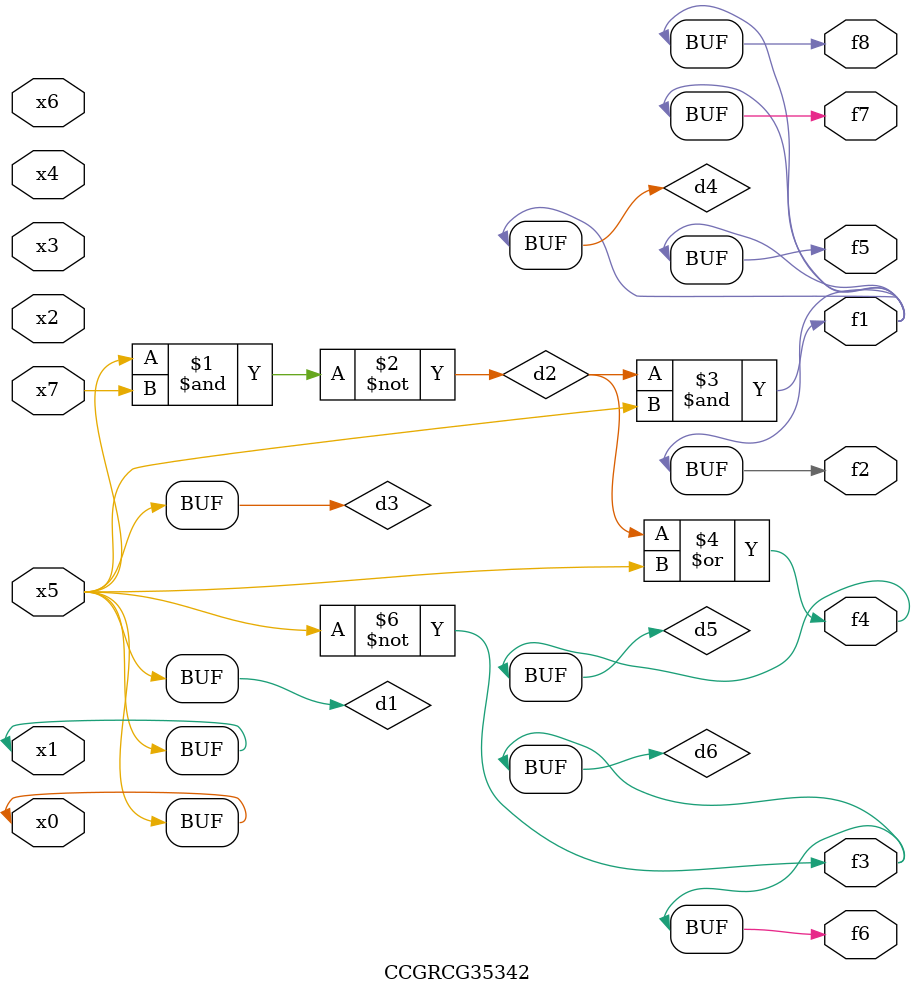
<source format=v>
module CCGRCG35342(
	input x0, x1, x2, x3, x4, x5, x6, x7,
	output f1, f2, f3, f4, f5, f6, f7, f8
);

	wire d1, d2, d3, d4, d5, d6;

	buf (d1, x0, x5);
	nand (d2, x5, x7);
	buf (d3, x0, x1);
	and (d4, d2, d3);
	or (d5, d2, d3);
	nor (d6, d1, d3);
	assign f1 = d4;
	assign f2 = d4;
	assign f3 = d6;
	assign f4 = d5;
	assign f5 = d4;
	assign f6 = d6;
	assign f7 = d4;
	assign f8 = d4;
endmodule

</source>
